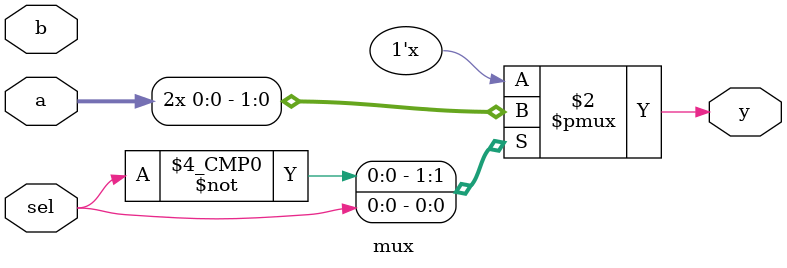
<source format=v>
module mux(y,sel,a,b);
  input sel,a,b;
  output y;

  always @ (se or a or b)
    begin
      case(sel)
        1'b0: y=a;
        1'b1: y=a;
      endcase
    end
endmodule

</source>
